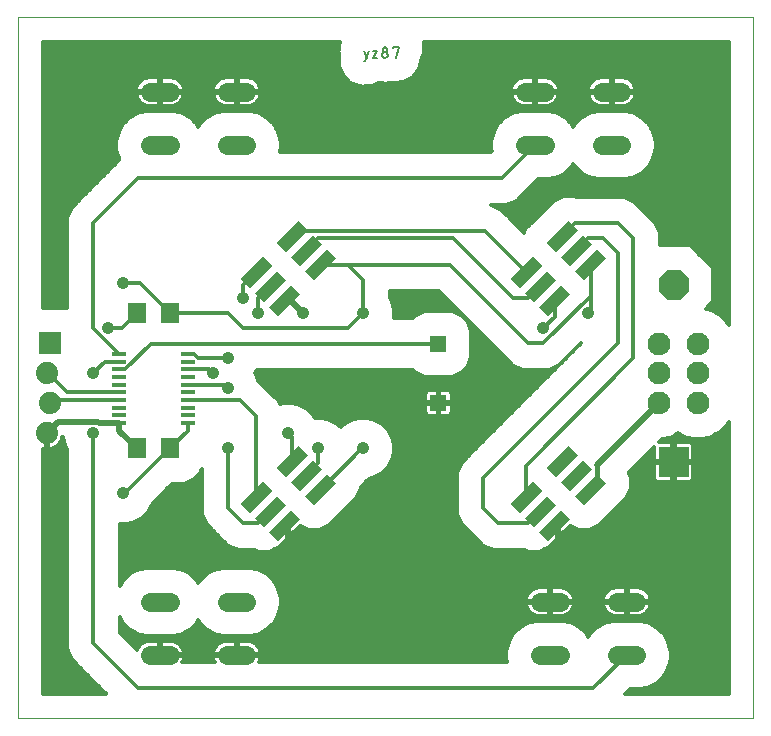
<source format=gtl>
G75*
%MOIN*%
%OFA0B0*%
%FSLAX25Y25*%
%IPPOS*%
%LPD*%
%AMOC8*
5,1,8,0,0,1.08239X$1,22.5*
%
%ADD10C,0.00000*%
%ADD11C,0.00600*%
%ADD12OC8,0.10000*%
%ADD13R,0.10000X0.10000*%
%ADD14R,0.06299X0.07087*%
%ADD15R,0.07400X0.07400*%
%ADD16C,0.07400*%
%ADD17R,0.10551X0.04331*%
%ADD18R,0.06299X0.07098*%
%ADD19C,0.06400*%
%ADD20R,0.04724X0.01181*%
%ADD21C,0.07600*%
%ADD22R,0.05550X0.05550*%
%ADD23C,0.01200*%
%ADD24C,0.04165*%
%ADD25C,0.02000*%
%ADD26C,0.01600*%
D10*
X0001600Y0001600D02*
X0001600Y0235301D01*
X0246521Y0235301D01*
X0246521Y0001600D01*
X0001600Y0001600D01*
D11*
X0116900Y0220767D02*
X0117278Y0220767D01*
X0118411Y0224167D01*
X0119780Y0224167D02*
X0121291Y0224167D01*
X0119780Y0221900D01*
X0121291Y0221900D01*
X0122832Y0222844D02*
X0122834Y0222784D01*
X0122840Y0222723D01*
X0122849Y0222664D01*
X0122863Y0222605D01*
X0122880Y0222547D01*
X0122901Y0222490D01*
X0122925Y0222434D01*
X0122953Y0222381D01*
X0122985Y0222329D01*
X0123019Y0222279D01*
X0123057Y0222232D01*
X0123098Y0222187D01*
X0123141Y0222145D01*
X0123187Y0222106D01*
X0123236Y0222070D01*
X0123287Y0222037D01*
X0123339Y0222007D01*
X0123394Y0221981D01*
X0123450Y0221958D01*
X0123507Y0221939D01*
X0123566Y0221924D01*
X0123625Y0221912D01*
X0123685Y0221904D01*
X0123746Y0221900D01*
X0123806Y0221900D01*
X0123867Y0221904D01*
X0123927Y0221912D01*
X0123986Y0221924D01*
X0124045Y0221939D01*
X0124102Y0221958D01*
X0124158Y0221981D01*
X0124213Y0222007D01*
X0124265Y0222037D01*
X0124316Y0222070D01*
X0124365Y0222106D01*
X0124411Y0222145D01*
X0124454Y0222187D01*
X0124495Y0222232D01*
X0124533Y0222279D01*
X0124567Y0222329D01*
X0124599Y0222381D01*
X0124627Y0222434D01*
X0124651Y0222490D01*
X0124672Y0222547D01*
X0124689Y0222605D01*
X0124703Y0222664D01*
X0124712Y0222723D01*
X0124718Y0222784D01*
X0124720Y0222844D01*
X0124718Y0222904D01*
X0124712Y0222965D01*
X0124703Y0223024D01*
X0124689Y0223083D01*
X0124672Y0223141D01*
X0124651Y0223198D01*
X0124627Y0223254D01*
X0124599Y0223307D01*
X0124567Y0223359D01*
X0124533Y0223409D01*
X0124495Y0223456D01*
X0124454Y0223501D01*
X0124411Y0223543D01*
X0124365Y0223582D01*
X0124316Y0223618D01*
X0124265Y0223651D01*
X0124213Y0223681D01*
X0124158Y0223707D01*
X0124102Y0223730D01*
X0124045Y0223749D01*
X0123986Y0223764D01*
X0123927Y0223776D01*
X0123867Y0223784D01*
X0123806Y0223788D01*
X0123746Y0223788D01*
X0123685Y0223784D01*
X0123625Y0223776D01*
X0123566Y0223764D01*
X0123507Y0223749D01*
X0123450Y0223730D01*
X0123394Y0223707D01*
X0123339Y0223681D01*
X0123287Y0223651D01*
X0123236Y0223618D01*
X0123187Y0223582D01*
X0123141Y0223543D01*
X0123098Y0223501D01*
X0123057Y0223456D01*
X0123019Y0223409D01*
X0122985Y0223359D01*
X0122953Y0223307D01*
X0122925Y0223254D01*
X0122901Y0223198D01*
X0122880Y0223141D01*
X0122863Y0223083D01*
X0122849Y0223024D01*
X0122840Y0222965D01*
X0122834Y0222904D01*
X0122832Y0222844D01*
X0123020Y0224544D02*
X0123022Y0224490D01*
X0123028Y0224436D01*
X0123037Y0224383D01*
X0123051Y0224331D01*
X0123068Y0224280D01*
X0123088Y0224230D01*
X0123112Y0224182D01*
X0123140Y0224135D01*
X0123171Y0224091D01*
X0123205Y0224049D01*
X0123241Y0224009D01*
X0123281Y0223973D01*
X0123323Y0223939D01*
X0123367Y0223908D01*
X0123414Y0223880D01*
X0123462Y0223856D01*
X0123512Y0223836D01*
X0123563Y0223819D01*
X0123615Y0223805D01*
X0123668Y0223796D01*
X0123722Y0223790D01*
X0123776Y0223788D01*
X0123830Y0223790D01*
X0123884Y0223796D01*
X0123937Y0223805D01*
X0123989Y0223819D01*
X0124040Y0223836D01*
X0124090Y0223856D01*
X0124138Y0223880D01*
X0124185Y0223908D01*
X0124229Y0223939D01*
X0124271Y0223973D01*
X0124311Y0224009D01*
X0124347Y0224049D01*
X0124381Y0224091D01*
X0124412Y0224135D01*
X0124440Y0224182D01*
X0124464Y0224230D01*
X0124484Y0224280D01*
X0124501Y0224331D01*
X0124515Y0224383D01*
X0124524Y0224436D01*
X0124530Y0224490D01*
X0124532Y0224544D01*
X0124530Y0224598D01*
X0124524Y0224652D01*
X0124515Y0224705D01*
X0124501Y0224757D01*
X0124484Y0224808D01*
X0124464Y0224858D01*
X0124440Y0224906D01*
X0124412Y0224953D01*
X0124381Y0224997D01*
X0124347Y0225039D01*
X0124311Y0225079D01*
X0124271Y0225115D01*
X0124229Y0225149D01*
X0124185Y0225180D01*
X0124138Y0225208D01*
X0124090Y0225232D01*
X0124040Y0225252D01*
X0123989Y0225269D01*
X0123937Y0225283D01*
X0123884Y0225292D01*
X0123830Y0225298D01*
X0123776Y0225300D01*
X0123722Y0225298D01*
X0123668Y0225292D01*
X0123615Y0225283D01*
X0123563Y0225269D01*
X0123512Y0225252D01*
X0123462Y0225232D01*
X0123414Y0225208D01*
X0123367Y0225180D01*
X0123323Y0225149D01*
X0123281Y0225115D01*
X0123241Y0225079D01*
X0123205Y0225039D01*
X0123171Y0224997D01*
X0123140Y0224953D01*
X0123112Y0224906D01*
X0123088Y0224858D01*
X0123068Y0224808D01*
X0123051Y0224757D01*
X0123037Y0224705D01*
X0123028Y0224652D01*
X0123022Y0224598D01*
X0123020Y0224544D01*
X0126431Y0224922D02*
X0126431Y0225300D01*
X0128320Y0225300D01*
X0127376Y0221900D01*
X0117656Y0221900D02*
X0116900Y0224167D01*
D12*
X0220025Y0146128D03*
D13*
X0220025Y0087072D03*
D14*
X0052112Y0091600D03*
X0041088Y0091600D03*
D15*
X0012100Y0126600D03*
D16*
X0011100Y0116600D03*
X0012100Y0106600D03*
X0011100Y0096600D03*
D17*
G36*
X0075622Y0073148D02*
X0083081Y0080607D01*
X0086142Y0077546D01*
X0078683Y0070087D01*
X0075622Y0073148D01*
G37*
G36*
X0080355Y0068416D02*
X0087814Y0075875D01*
X0090875Y0072814D01*
X0083416Y0065355D01*
X0080355Y0068416D01*
G37*
G36*
X0085087Y0063683D02*
X0092546Y0071142D01*
X0095607Y0068081D01*
X0088148Y0060622D01*
X0085087Y0063683D01*
G37*
G36*
X0097058Y0075654D02*
X0104517Y0083113D01*
X0107578Y0080052D01*
X0100119Y0072593D01*
X0097058Y0075654D01*
G37*
G36*
X0092325Y0080386D02*
X0099784Y0087845D01*
X0102845Y0084784D01*
X0095386Y0077325D01*
X0092325Y0080386D01*
G37*
G36*
X0087593Y0085119D02*
X0095052Y0092578D01*
X0098113Y0089517D01*
X0090654Y0082058D01*
X0087593Y0085119D01*
G37*
G36*
X0085087Y0138683D02*
X0092546Y0146142D01*
X0095607Y0143081D01*
X0088148Y0135622D01*
X0085087Y0138683D01*
G37*
G36*
X0080355Y0143416D02*
X0087814Y0150875D01*
X0090875Y0147814D01*
X0083416Y0140355D01*
X0080355Y0143416D01*
G37*
G36*
X0075622Y0148148D02*
X0083081Y0155607D01*
X0086142Y0152546D01*
X0078683Y0145087D01*
X0075622Y0148148D01*
G37*
G36*
X0087593Y0160119D02*
X0095052Y0167578D01*
X0098113Y0164517D01*
X0090654Y0157058D01*
X0087593Y0160119D01*
G37*
G36*
X0092325Y0155386D02*
X0099784Y0162845D01*
X0102845Y0159784D01*
X0095386Y0152325D01*
X0092325Y0155386D01*
G37*
G36*
X0097058Y0150654D02*
X0104517Y0158113D01*
X0107578Y0155052D01*
X0100119Y0147593D01*
X0097058Y0150654D01*
G37*
G36*
X0165622Y0148148D02*
X0173081Y0155607D01*
X0176142Y0152546D01*
X0168683Y0145087D01*
X0165622Y0148148D01*
G37*
G36*
X0170355Y0143416D02*
X0177814Y0150875D01*
X0180875Y0147814D01*
X0173416Y0140355D01*
X0170355Y0143416D01*
G37*
G36*
X0175087Y0138683D02*
X0182546Y0146142D01*
X0185607Y0143081D01*
X0178148Y0135622D01*
X0175087Y0138683D01*
G37*
G36*
X0187058Y0150654D02*
X0194517Y0158113D01*
X0197578Y0155052D01*
X0190119Y0147593D01*
X0187058Y0150654D01*
G37*
G36*
X0182325Y0155386D02*
X0189784Y0162845D01*
X0192845Y0159784D01*
X0185386Y0152325D01*
X0182325Y0155386D01*
G37*
G36*
X0177593Y0160119D02*
X0185052Y0167578D01*
X0188113Y0164517D01*
X0180654Y0157058D01*
X0177593Y0160119D01*
G37*
G36*
X0177593Y0085119D02*
X0185052Y0092578D01*
X0188113Y0089517D01*
X0180654Y0082058D01*
X0177593Y0085119D01*
G37*
G36*
X0182325Y0080386D02*
X0189784Y0087845D01*
X0192845Y0084784D01*
X0185386Y0077325D01*
X0182325Y0080386D01*
G37*
G36*
X0187058Y0075654D02*
X0194517Y0083113D01*
X0197578Y0080052D01*
X0190119Y0072593D01*
X0187058Y0075654D01*
G37*
G36*
X0175087Y0063683D02*
X0182546Y0071142D01*
X0185607Y0068081D01*
X0178148Y0060622D01*
X0175087Y0063683D01*
G37*
G36*
X0170355Y0068416D02*
X0177814Y0075875D01*
X0180875Y0072814D01*
X0173416Y0065355D01*
X0170355Y0068416D01*
G37*
G36*
X0165622Y0073148D02*
X0173081Y0080607D01*
X0176142Y0077546D01*
X0168683Y0070087D01*
X0165622Y0073148D01*
G37*
D18*
X0052198Y0136600D03*
X0041002Y0136600D03*
D19*
X0045600Y0192700D02*
X0052000Y0192700D01*
X0052000Y0210500D02*
X0045600Y0210500D01*
X0071200Y0210500D02*
X0077600Y0210500D01*
X0077600Y0192700D02*
X0071200Y0192700D01*
X0170600Y0192700D02*
X0177000Y0192700D01*
X0177000Y0210500D02*
X0170600Y0210500D01*
X0196200Y0210500D02*
X0202600Y0210500D01*
X0202600Y0192700D02*
X0196200Y0192700D01*
X0201200Y0040500D02*
X0207600Y0040500D01*
X0207600Y0022700D02*
X0201200Y0022700D01*
X0182000Y0022700D02*
X0175600Y0022700D01*
X0175600Y0040500D02*
X0182000Y0040500D01*
X0077600Y0040500D02*
X0071200Y0040500D01*
X0071200Y0022700D02*
X0077600Y0022700D01*
X0052000Y0022700D02*
X0045600Y0022700D01*
X0045600Y0040500D02*
X0052000Y0040500D01*
D20*
X0058018Y0100085D03*
X0058018Y0102644D03*
X0058018Y0105202D03*
X0058018Y0107761D03*
X0058018Y0110320D03*
X0058018Y0112880D03*
X0058018Y0115439D03*
X0058018Y0117998D03*
X0058018Y0120557D03*
X0058018Y0123115D03*
X0035183Y0123115D03*
X0035183Y0120557D03*
X0035183Y0117998D03*
X0035183Y0115439D03*
X0035183Y0112880D03*
X0035183Y0110320D03*
X0035183Y0107761D03*
X0035183Y0105202D03*
X0035183Y0102644D03*
X0035183Y0100085D03*
D21*
X0215104Y0106757D03*
X0215104Y0116600D03*
X0215104Y0126443D03*
X0228096Y0126443D03*
X0228096Y0116600D03*
X0228096Y0106757D03*
D22*
X0141600Y0106757D03*
X0141600Y0126443D03*
D23*
X0045718Y0126443D01*
X0037273Y0117998D01*
X0035183Y0117998D01*
X0035183Y0120557D02*
X0030557Y0120557D01*
X0026600Y0116600D01*
X0035183Y0110320D02*
X0017880Y0110320D01*
X0011600Y0116600D01*
X0011100Y0116600D01*
X0013261Y0107761D02*
X0035183Y0107761D01*
X0026600Y0096600D02*
X0026600Y0026600D01*
X0041600Y0011600D01*
X0193300Y0011600D01*
X0204400Y0022700D01*
X0209101Y0034100D02*
X0212000Y0033323D01*
X0214600Y0031822D01*
X0216722Y0029700D01*
X0218223Y0027100D01*
X0219000Y0024201D01*
X0219000Y0021199D01*
X0218223Y0018300D01*
X0216722Y0015700D01*
X0214600Y0013578D01*
X0212000Y0012077D01*
X0209101Y0011300D01*
X0205445Y0011300D01*
X0203945Y0009800D01*
X0238321Y0009800D01*
X0238321Y0100468D01*
X0237698Y0099389D01*
X0235464Y0097155D01*
X0232728Y0095575D01*
X0229676Y0094757D01*
X0226516Y0094757D01*
X0223464Y0095575D01*
X0221600Y0096652D01*
X0219736Y0095575D01*
X0216684Y0094757D01*
X0216115Y0094757D01*
X0215030Y0093672D01*
X0219641Y0093672D01*
X0219641Y0087457D01*
X0220409Y0087457D01*
X0220409Y0093672D01*
X0225236Y0093672D01*
X0225643Y0093563D01*
X0226008Y0093353D01*
X0226305Y0093055D01*
X0226516Y0092690D01*
X0226625Y0092283D01*
X0226625Y0087457D01*
X0220410Y0087457D01*
X0220410Y0086688D01*
X0226625Y0086688D01*
X0226625Y0081862D01*
X0226516Y0081455D01*
X0226305Y0081090D01*
X0226008Y0080792D01*
X0225643Y0080581D01*
X0225236Y0080472D01*
X0220409Y0080472D01*
X0220409Y0086688D01*
X0219641Y0086688D01*
X0219641Y0080472D01*
X0214815Y0080472D01*
X0214408Y0080581D01*
X0214043Y0080792D01*
X0213745Y0081090D01*
X0213534Y0081455D01*
X0213425Y0081862D01*
X0213425Y0086688D01*
X0219641Y0086688D01*
X0219641Y0087457D01*
X0213425Y0087457D01*
X0213425Y0092068D01*
X0204977Y0083620D01*
X0205779Y0081683D01*
X0205779Y0078421D01*
X0204531Y0075407D01*
X0194764Y0065640D01*
X0191750Y0064391D01*
X0188488Y0064391D01*
X0185474Y0065640D01*
X0185452Y0065662D01*
X0183351Y0063561D01*
X0183285Y0063627D01*
X0182603Y0062944D01*
X0182668Y0062878D01*
X0179130Y0059340D01*
X0178819Y0059161D01*
X0178060Y0058401D01*
X0175046Y0057153D01*
X0171784Y0057153D01*
X0170223Y0057800D01*
X0159850Y0057800D01*
X0156615Y0059140D01*
X0154140Y0061615D01*
X0149140Y0066615D01*
X0147800Y0069850D01*
X0147800Y0083350D01*
X0149140Y0086585D01*
X0151615Y0089060D01*
X0189163Y0126608D01*
X0189076Y0126631D01*
X0181585Y0119140D01*
X0178350Y0117800D01*
X0169850Y0117800D01*
X0166615Y0119140D01*
X0164140Y0121615D01*
X0164140Y0121615D01*
X0141702Y0144053D01*
X0125400Y0144053D01*
X0125400Y0141923D01*
X0126182Y0140569D01*
X0126883Y0137954D01*
X0126883Y0135246D01*
X0126882Y0135243D01*
X0133254Y0135243D01*
X0134180Y0136169D01*
X0137194Y0137417D01*
X0146006Y0137417D01*
X0149020Y0136169D01*
X0151326Y0133862D01*
X0152575Y0130848D01*
X0152575Y0122037D01*
X0151326Y0119023D01*
X0149020Y0116716D01*
X0146006Y0115468D01*
X0137194Y0115468D01*
X0134180Y0116716D01*
X0133254Y0117643D01*
X0081185Y0117643D01*
X0081182Y0117631D01*
X0080587Y0116600D01*
X0081182Y0115569D01*
X0081587Y0114058D01*
X0088342Y0107303D01*
X0088689Y0106465D01*
X0090246Y0106883D01*
X0092954Y0106883D01*
X0095569Y0106182D01*
X0097914Y0104828D01*
X0099828Y0102914D01*
X0100423Y0101883D01*
X0102954Y0101883D01*
X0105569Y0101182D01*
X0107914Y0099828D01*
X0109100Y0098642D01*
X0110286Y0099828D01*
X0112631Y0101182D01*
X0115246Y0101883D01*
X0117954Y0101883D01*
X0120569Y0101182D01*
X0122914Y0099828D01*
X0124828Y0097914D01*
X0126182Y0095569D01*
X0126883Y0092954D01*
X0126883Y0090246D01*
X0126182Y0087631D01*
X0124828Y0085286D01*
X0122914Y0083372D01*
X0120569Y0082018D01*
X0118328Y0081418D01*
X0115779Y0078869D01*
X0115779Y0078421D01*
X0114531Y0075407D01*
X0104764Y0065640D01*
X0101750Y0064391D01*
X0098488Y0064391D01*
X0095474Y0065640D01*
X0095452Y0065662D01*
X0093351Y0063561D01*
X0093285Y0063627D01*
X0092603Y0062944D01*
X0092668Y0062878D01*
X0089130Y0059340D01*
X0088819Y0059161D01*
X0088060Y0058401D01*
X0085046Y0057153D01*
X0081784Y0057153D01*
X0080223Y0057800D01*
X0074850Y0057800D01*
X0071615Y0059140D01*
X0066615Y0064140D01*
X0064140Y0066615D01*
X0062800Y0069850D01*
X0062800Y0084829D01*
X0062213Y0083412D01*
X0059906Y0081105D01*
X0056892Y0079857D01*
X0052814Y0079857D01*
X0046399Y0073442D01*
X0046182Y0072631D01*
X0044828Y0070286D01*
X0042914Y0068372D01*
X0040569Y0067018D01*
X0037954Y0066317D01*
X0035400Y0066317D01*
X0035400Y0045633D01*
X0036478Y0047500D01*
X0038600Y0049622D01*
X0041200Y0051123D01*
X0044099Y0051900D01*
X0053501Y0051900D01*
X0056400Y0051123D01*
X0059000Y0049622D01*
X0061122Y0047500D01*
X0061600Y0046672D01*
X0062078Y0047500D01*
X0064200Y0049622D01*
X0066800Y0051123D01*
X0069699Y0051900D01*
X0079101Y0051900D01*
X0082000Y0051123D01*
X0084600Y0049622D01*
X0086722Y0047500D01*
X0088223Y0044900D01*
X0089000Y0042001D01*
X0089000Y0038999D01*
X0088223Y0036100D01*
X0086722Y0033500D01*
X0084600Y0031378D01*
X0082000Y0029877D01*
X0079101Y0029100D01*
X0069699Y0029100D01*
X0066800Y0029877D01*
X0064200Y0031378D01*
X0062078Y0033500D01*
X0061600Y0034328D01*
X0061122Y0033500D01*
X0059000Y0031378D01*
X0056400Y0029877D01*
X0053501Y0029100D01*
X0044099Y0029100D01*
X0041200Y0029877D01*
X0038600Y0031378D01*
X0036478Y0033500D01*
X0035400Y0035367D01*
X0035400Y0030245D01*
X0041140Y0024505D01*
X0041152Y0024543D01*
X0041495Y0025216D01*
X0041939Y0025827D01*
X0042473Y0026361D01*
X0043084Y0026805D01*
X0043757Y0027148D01*
X0044476Y0027382D01*
X0045222Y0027500D01*
X0048400Y0027500D01*
X0048400Y0023100D01*
X0049200Y0023100D01*
X0049200Y0027500D01*
X0052378Y0027500D01*
X0053124Y0027382D01*
X0053843Y0027148D01*
X0054516Y0026805D01*
X0055127Y0026361D01*
X0055661Y0025827D01*
X0056105Y0025216D01*
X0056448Y0024543D01*
X0056682Y0023824D01*
X0056796Y0023100D01*
X0049200Y0023100D01*
X0049200Y0022300D01*
X0056796Y0022300D01*
X0056682Y0021576D01*
X0056448Y0020857D01*
X0056215Y0020400D01*
X0066985Y0020400D01*
X0066752Y0020857D01*
X0066518Y0021576D01*
X0066404Y0022300D01*
X0074000Y0022300D01*
X0074000Y0023100D01*
X0074000Y0027500D01*
X0070822Y0027500D01*
X0070076Y0027382D01*
X0069357Y0027148D01*
X0068684Y0026805D01*
X0068073Y0026361D01*
X0067539Y0025827D01*
X0067095Y0025216D01*
X0066752Y0024543D01*
X0066518Y0023824D01*
X0066404Y0023100D01*
X0074000Y0023100D01*
X0074800Y0023100D01*
X0074800Y0027500D01*
X0077978Y0027500D01*
X0078724Y0027382D01*
X0079443Y0027148D01*
X0080116Y0026805D01*
X0080727Y0026361D01*
X0081261Y0025827D01*
X0081705Y0025216D01*
X0082048Y0024543D01*
X0082282Y0023824D01*
X0082396Y0023100D01*
X0074800Y0023100D01*
X0074800Y0022300D01*
X0082396Y0022300D01*
X0082282Y0021576D01*
X0082048Y0020857D01*
X0081815Y0020400D01*
X0164414Y0020400D01*
X0164200Y0021199D01*
X0164200Y0024201D01*
X0164977Y0027100D01*
X0166478Y0029700D01*
X0168600Y0031822D01*
X0171200Y0033323D01*
X0174099Y0034100D01*
X0183501Y0034100D01*
X0186400Y0033323D01*
X0189000Y0031822D01*
X0191122Y0029700D01*
X0191600Y0028872D01*
X0192078Y0029700D01*
X0194200Y0031822D01*
X0196800Y0033323D01*
X0199699Y0034100D01*
X0209101Y0034100D01*
X0209624Y0033960D02*
X0238321Y0033960D01*
X0238321Y0035158D02*
X0087680Y0035158D01*
X0088292Y0036357D02*
X0173159Y0036357D01*
X0173084Y0036395D02*
X0173757Y0036052D01*
X0174476Y0035818D01*
X0175222Y0035700D01*
X0178400Y0035700D01*
X0178400Y0040100D01*
X0179200Y0040100D01*
X0179200Y0040900D01*
X0178400Y0040900D01*
X0178400Y0045300D01*
X0175222Y0045300D01*
X0174476Y0045182D01*
X0173757Y0044948D01*
X0173084Y0044605D01*
X0172473Y0044161D01*
X0171939Y0043627D01*
X0171495Y0043016D01*
X0171152Y0042343D01*
X0170918Y0041624D01*
X0170804Y0040900D01*
X0178400Y0040900D01*
X0178400Y0040100D01*
X0170804Y0040100D01*
X0170918Y0039376D01*
X0171152Y0038657D01*
X0171495Y0037984D01*
X0171939Y0037373D01*
X0172473Y0036839D01*
X0173084Y0036395D01*
X0171806Y0037555D02*
X0088613Y0037555D01*
X0088934Y0038754D02*
X0171120Y0038754D01*
X0170827Y0039952D02*
X0089000Y0039952D01*
X0089000Y0041151D02*
X0170843Y0041151D01*
X0171155Y0042349D02*
X0088907Y0042349D01*
X0088585Y0043548D02*
X0171881Y0043548D01*
X0173361Y0044746D02*
X0088264Y0044746D01*
X0087620Y0045945D02*
X0238321Y0045945D01*
X0238321Y0047143D02*
X0086928Y0047143D01*
X0085880Y0048342D02*
X0238321Y0048342D01*
X0238321Y0049540D02*
X0084682Y0049540D01*
X0082666Y0050739D02*
X0238321Y0050739D01*
X0238321Y0051937D02*
X0035400Y0051937D01*
X0035400Y0050739D02*
X0040534Y0050739D01*
X0038518Y0049540D02*
X0035400Y0049540D01*
X0035400Y0048342D02*
X0037320Y0048342D01*
X0036272Y0047143D02*
X0035400Y0047143D01*
X0035400Y0045945D02*
X0035580Y0045945D01*
X0035400Y0053136D02*
X0238321Y0053136D01*
X0238321Y0054334D02*
X0035400Y0054334D01*
X0035400Y0055533D02*
X0238321Y0055533D01*
X0238321Y0056732D02*
X0035400Y0056732D01*
X0035400Y0057930D02*
X0074536Y0057930D01*
X0071642Y0059129D02*
X0035400Y0059129D01*
X0035400Y0060327D02*
X0070428Y0060327D01*
X0069229Y0061526D02*
X0035400Y0061526D01*
X0035400Y0062724D02*
X0068031Y0062724D01*
X0066832Y0063923D02*
X0035400Y0063923D01*
X0035400Y0065121D02*
X0065634Y0065121D01*
X0064435Y0066320D02*
X0037962Y0066320D01*
X0041435Y0067518D02*
X0063766Y0067518D01*
X0063269Y0068717D02*
X0043259Y0068717D01*
X0044457Y0069915D02*
X0062800Y0069915D01*
X0062800Y0071114D02*
X0045306Y0071114D01*
X0045998Y0072312D02*
X0062800Y0072312D01*
X0062800Y0073511D02*
X0046468Y0073511D01*
X0047666Y0074709D02*
X0062800Y0074709D01*
X0062800Y0075908D02*
X0048865Y0075908D01*
X0050063Y0077106D02*
X0062800Y0077106D01*
X0062800Y0078305D02*
X0051262Y0078305D01*
X0052460Y0079503D02*
X0062800Y0079503D01*
X0062800Y0080702D02*
X0058933Y0080702D01*
X0060702Y0081900D02*
X0062800Y0081900D01*
X0062800Y0083099D02*
X0061900Y0083099D01*
X0062580Y0084297D02*
X0062800Y0084297D01*
X0071600Y0091600D02*
X0071600Y0071600D01*
X0076600Y0066600D01*
X0081600Y0066600D01*
X0085615Y0070615D01*
X0080882Y0075347D02*
X0080882Y0102318D01*
X0075439Y0107761D01*
X0058018Y0107761D01*
X0058018Y0112880D02*
X0070320Y0112880D01*
X0071600Y0111600D01*
X0066600Y0116600D02*
X0065202Y0117998D01*
X0058018Y0117998D01*
X0061624Y0121600D02*
X0060108Y0123115D01*
X0058018Y0123115D01*
X0061624Y0121600D02*
X0071600Y0121600D01*
X0080620Y0116657D02*
X0134323Y0116657D01*
X0137843Y0110813D02*
X0137545Y0110515D01*
X0137334Y0110150D01*
X0137225Y0109743D01*
X0137225Y0106945D01*
X0141413Y0106945D01*
X0141413Y0111132D01*
X0138615Y0111132D01*
X0138208Y0111023D01*
X0137843Y0110813D01*
X0137695Y0110665D02*
X0084981Y0110665D01*
X0086179Y0109466D02*
X0137225Y0109466D01*
X0137225Y0108268D02*
X0087378Y0108268D01*
X0088439Y0107069D02*
X0137225Y0107069D01*
X0137225Y0106570D02*
X0137225Y0103772D01*
X0137334Y0103365D01*
X0137545Y0103000D01*
X0137843Y0102702D01*
X0138208Y0102492D01*
X0138615Y0102383D01*
X0141413Y0102383D01*
X0141413Y0106570D01*
X0141787Y0106570D01*
X0141787Y0102383D01*
X0144585Y0102383D01*
X0144992Y0102492D01*
X0145357Y0102702D01*
X0145655Y0103000D01*
X0145866Y0103365D01*
X0145975Y0103772D01*
X0145975Y0106570D01*
X0141787Y0106570D01*
X0141787Y0106945D01*
X0141413Y0106945D01*
X0141413Y0106570D01*
X0137225Y0106570D01*
X0137225Y0105870D02*
X0096108Y0105870D01*
X0098070Y0104672D02*
X0137225Y0104672D01*
X0137305Y0103473D02*
X0099268Y0103473D01*
X0100197Y0102275D02*
X0164830Y0102275D01*
X0166028Y0103473D02*
X0145895Y0103473D01*
X0145975Y0104672D02*
X0167227Y0104672D01*
X0168425Y0105870D02*
X0145975Y0105870D01*
X0145975Y0106945D02*
X0145975Y0109743D01*
X0145866Y0110150D01*
X0145655Y0110515D01*
X0145357Y0110813D01*
X0144992Y0111023D01*
X0144585Y0111132D01*
X0141787Y0111132D01*
X0141787Y0106945D01*
X0145975Y0106945D01*
X0145975Y0107069D02*
X0169624Y0107069D01*
X0170822Y0108268D02*
X0145975Y0108268D01*
X0145975Y0109466D02*
X0172021Y0109466D01*
X0173219Y0110665D02*
X0145505Y0110665D01*
X0141787Y0110665D02*
X0141413Y0110665D01*
X0141413Y0109466D02*
X0141787Y0109466D01*
X0141787Y0108268D02*
X0141413Y0108268D01*
X0141413Y0107069D02*
X0141787Y0107069D01*
X0141787Y0105870D02*
X0141413Y0105870D01*
X0141413Y0104672D02*
X0141787Y0104672D01*
X0141787Y0103473D02*
X0141413Y0103473D01*
X0148877Y0116657D02*
X0179212Y0116657D01*
X0178485Y0117856D02*
X0180411Y0117856D01*
X0181378Y0119054D02*
X0181609Y0119054D01*
X0182698Y0120253D02*
X0182808Y0120253D01*
X0183896Y0121451D02*
X0184006Y0121451D01*
X0185095Y0122650D02*
X0185205Y0122650D01*
X0186293Y0123848D02*
X0186403Y0123848D01*
X0187492Y0125047D02*
X0187602Y0125047D01*
X0188690Y0126245D02*
X0188800Y0126245D01*
X0180347Y0135347D02*
X0176600Y0131600D01*
X0180347Y0135347D02*
X0180347Y0140882D01*
X0175615Y0145615D02*
X0171600Y0141600D01*
X0166600Y0141600D01*
X0146600Y0161600D01*
X0101600Y0161600D01*
X0097585Y0157585D01*
X0092853Y0162318D02*
X0094582Y0164047D01*
X0157182Y0164047D01*
X0170882Y0150347D01*
X0170133Y0163541D02*
X0164643Y0169032D01*
X0162167Y0171507D01*
X0159046Y0172800D01*
X0164450Y0172800D01*
X0167685Y0174140D01*
X0170160Y0176615D01*
X0174845Y0181300D01*
X0178501Y0181300D01*
X0181400Y0182077D01*
X0184000Y0183578D01*
X0186122Y0185700D01*
X0186600Y0186528D01*
X0187078Y0185700D01*
X0189200Y0183578D01*
X0191800Y0182077D01*
X0194699Y0181300D01*
X0204101Y0181300D01*
X0207000Y0182077D01*
X0209600Y0183578D01*
X0211722Y0185700D01*
X0213223Y0188300D01*
X0214000Y0191199D01*
X0214000Y0194201D01*
X0213223Y0197100D01*
X0211722Y0199700D01*
X0209600Y0201822D01*
X0207000Y0203323D01*
X0204101Y0204100D01*
X0194699Y0204100D01*
X0191800Y0203323D01*
X0189200Y0201822D01*
X0187078Y0199700D01*
X0186600Y0198872D01*
X0186122Y0199700D01*
X0184000Y0201822D01*
X0181400Y0203323D01*
X0178501Y0204100D01*
X0169099Y0204100D01*
X0166200Y0203323D01*
X0163600Y0201822D01*
X0161478Y0199700D01*
X0159977Y0197100D01*
X0159200Y0194201D01*
X0159200Y0191199D01*
X0159338Y0190683D01*
X0159055Y0190400D01*
X0088786Y0190400D01*
X0089000Y0191199D01*
X0089000Y0194201D01*
X0088223Y0197100D01*
X0086722Y0199700D01*
X0084600Y0201822D01*
X0082000Y0203323D01*
X0079101Y0204100D01*
X0069699Y0204100D01*
X0066800Y0203323D01*
X0064200Y0201822D01*
X0062078Y0199700D01*
X0061600Y0198872D01*
X0061122Y0199700D01*
X0059000Y0201822D01*
X0056400Y0203323D01*
X0053501Y0204100D01*
X0044099Y0204100D01*
X0041200Y0203323D01*
X0038600Y0201822D01*
X0036478Y0199700D01*
X0034977Y0197100D01*
X0034200Y0194201D01*
X0034200Y0191199D01*
X0034977Y0188300D01*
X0035298Y0187743D01*
X0021615Y0174060D01*
X0019140Y0171585D01*
X0017800Y0168350D01*
X0017800Y0138347D01*
X0017431Y0138500D01*
X0009800Y0138500D01*
X0009800Y0227101D01*
X0108864Y0227101D01*
X0108541Y0226456D01*
X0108302Y0223083D01*
X0108461Y0222605D01*
X0108400Y0222457D01*
X0108400Y0219076D01*
X0109694Y0215952D01*
X0112085Y0213561D01*
X0115209Y0212267D01*
X0115898Y0212267D01*
X0116194Y0212168D01*
X0117579Y0212267D01*
X0118969Y0212267D01*
X0119256Y0212386D01*
X0119567Y0212408D01*
X0120809Y0213029D01*
X0121705Y0213400D01*
X0122949Y0213400D01*
X0123776Y0213254D01*
X0125590Y0213574D01*
X0126730Y0213258D01*
X0130086Y0213668D01*
X0133030Y0215332D01*
X0135113Y0217996D01*
X0136371Y0222526D01*
X0136820Y0223609D01*
X0136820Y0224141D01*
X0136962Y0224654D01*
X0136820Y0225818D01*
X0136820Y0226991D01*
X0136774Y0227101D01*
X0238321Y0227101D01*
X0238321Y0132732D01*
X0237698Y0133811D01*
X0235464Y0136045D01*
X0232728Y0137625D01*
X0230726Y0138161D01*
X0233225Y0140660D01*
X0233225Y0151595D01*
X0225493Y0159328D01*
X0215400Y0159328D01*
X0215400Y0163350D01*
X0214060Y0166585D01*
X0211585Y0169060D01*
X0209060Y0171585D01*
X0206585Y0174060D01*
X0203350Y0175400D01*
X0187599Y0175400D01*
X0186683Y0175779D01*
X0183421Y0175779D01*
X0180407Y0174531D01*
X0170640Y0164764D01*
X0170133Y0163541D01*
X0170571Y0164598D02*
X0169077Y0164598D01*
X0167878Y0165796D02*
X0171672Y0165796D01*
X0172871Y0166995D02*
X0166680Y0166995D01*
X0165481Y0168193D02*
X0174069Y0168193D01*
X0175268Y0169392D02*
X0164283Y0169392D01*
X0164643Y0169032D02*
X0164643Y0169032D01*
X0163084Y0170590D02*
X0176466Y0170590D01*
X0177665Y0171789D02*
X0161488Y0171789D01*
X0164902Y0172987D02*
X0178863Y0172987D01*
X0180062Y0174186D02*
X0167731Y0174186D01*
X0168929Y0175384D02*
X0182466Y0175384D01*
X0178787Y0181377D02*
X0194413Y0181377D01*
X0190937Y0182575D02*
X0182263Y0182575D01*
X0184196Y0183774D02*
X0189004Y0183774D01*
X0187806Y0184972D02*
X0185394Y0184972D01*
X0186394Y0186171D02*
X0186806Y0186171D01*
X0186878Y0199354D02*
X0186322Y0199354D01*
X0185269Y0200553D02*
X0187931Y0200553D01*
X0189129Y0201751D02*
X0184071Y0201751D01*
X0182047Y0202950D02*
X0191153Y0202950D01*
X0193684Y0206395D02*
X0193073Y0206839D01*
X0192539Y0207373D01*
X0192095Y0207984D01*
X0191752Y0208657D01*
X0191518Y0209376D01*
X0191404Y0210100D01*
X0199000Y0210100D01*
X0199800Y0210100D01*
X0199800Y0210900D01*
X0199000Y0210900D01*
X0199000Y0215300D01*
X0195822Y0215300D01*
X0195076Y0215182D01*
X0194357Y0214948D01*
X0193684Y0214605D01*
X0193073Y0214161D01*
X0192539Y0213627D01*
X0192095Y0213016D01*
X0191752Y0212343D01*
X0191518Y0211624D01*
X0191404Y0210900D01*
X0199000Y0210900D01*
X0199000Y0210100D01*
X0199000Y0205700D01*
X0195822Y0205700D01*
X0195076Y0205818D01*
X0194357Y0206052D01*
X0193684Y0206395D01*
X0193477Y0206545D02*
X0179723Y0206545D01*
X0179516Y0206395D02*
X0180127Y0206839D01*
X0180661Y0207373D01*
X0181105Y0207984D01*
X0181448Y0208657D01*
X0181682Y0209376D01*
X0181796Y0210100D01*
X0174200Y0210100D01*
X0174200Y0210900D01*
X0173400Y0210900D01*
X0173400Y0215300D01*
X0170222Y0215300D01*
X0169476Y0215182D01*
X0168757Y0214948D01*
X0168084Y0214605D01*
X0167473Y0214161D01*
X0166939Y0213627D01*
X0166495Y0213016D01*
X0166152Y0212343D01*
X0165918Y0211624D01*
X0165804Y0210900D01*
X0173400Y0210900D01*
X0173400Y0210100D01*
X0174200Y0210100D01*
X0174200Y0205700D01*
X0177378Y0205700D01*
X0178124Y0205818D01*
X0178843Y0206052D01*
X0179516Y0206395D01*
X0180931Y0207744D02*
X0192269Y0207744D01*
X0191659Y0208942D02*
X0181541Y0208942D01*
X0181796Y0210900D02*
X0181682Y0211624D01*
X0181448Y0212343D01*
X0181105Y0213016D01*
X0180661Y0213627D01*
X0180127Y0214161D01*
X0179516Y0214605D01*
X0178843Y0214948D01*
X0178124Y0215182D01*
X0177378Y0215300D01*
X0174200Y0215300D01*
X0174200Y0210900D01*
X0181796Y0210900D01*
X0181727Y0211339D02*
X0191473Y0211339D01*
X0191851Y0212538D02*
X0181349Y0212538D01*
X0180552Y0213737D02*
X0192648Y0213737D01*
X0194331Y0214935D02*
X0178869Y0214935D01*
X0174200Y0214935D02*
X0173400Y0214935D01*
X0173400Y0213737D02*
X0174200Y0213737D01*
X0174200Y0212538D02*
X0173400Y0212538D01*
X0173400Y0211339D02*
X0174200Y0211339D01*
X0174200Y0210141D02*
X0199000Y0210141D01*
X0199800Y0210141D02*
X0238321Y0210141D01*
X0238321Y0211339D02*
X0207327Y0211339D01*
X0207282Y0211624D02*
X0207048Y0212343D01*
X0206705Y0213016D01*
X0206261Y0213627D01*
X0205727Y0214161D01*
X0205116Y0214605D01*
X0204443Y0214948D01*
X0203724Y0215182D01*
X0202978Y0215300D01*
X0199800Y0215300D01*
X0199800Y0210900D01*
X0207396Y0210900D01*
X0207282Y0211624D01*
X0206949Y0212538D02*
X0238321Y0212538D01*
X0238321Y0213737D02*
X0206152Y0213737D01*
X0204469Y0214935D02*
X0238321Y0214935D01*
X0238321Y0216134D02*
X0133657Y0216134D01*
X0134594Y0217332D02*
X0238321Y0217332D01*
X0238321Y0218531D02*
X0135261Y0218531D01*
X0135594Y0219729D02*
X0238321Y0219729D01*
X0238321Y0220928D02*
X0135927Y0220928D01*
X0136260Y0222126D02*
X0238321Y0222126D01*
X0238321Y0223325D02*
X0136702Y0223325D01*
X0136926Y0224523D02*
X0238321Y0224523D01*
X0238321Y0225722D02*
X0136832Y0225722D01*
X0136820Y0226920D02*
X0238321Y0226920D01*
X0238321Y0208942D02*
X0207141Y0208942D01*
X0207048Y0208657D02*
X0207282Y0209376D01*
X0207396Y0210100D01*
X0199800Y0210100D01*
X0199800Y0205700D01*
X0202978Y0205700D01*
X0203724Y0205818D01*
X0204443Y0206052D01*
X0205116Y0206395D01*
X0205727Y0206839D01*
X0206261Y0207373D01*
X0206705Y0207984D01*
X0207048Y0208657D01*
X0206531Y0207744D02*
X0238321Y0207744D01*
X0238321Y0206545D02*
X0205323Y0206545D01*
X0207647Y0202950D02*
X0238321Y0202950D01*
X0238321Y0204148D02*
X0009800Y0204148D01*
X0009800Y0202950D02*
X0040553Y0202950D01*
X0038529Y0201751D02*
X0009800Y0201751D01*
X0009800Y0200553D02*
X0037331Y0200553D01*
X0036278Y0199354D02*
X0009800Y0199354D01*
X0009800Y0198156D02*
X0035586Y0198156D01*
X0034939Y0196957D02*
X0009800Y0196957D01*
X0009800Y0195759D02*
X0034617Y0195759D01*
X0034296Y0194560D02*
X0009800Y0194560D01*
X0009800Y0193362D02*
X0034200Y0193362D01*
X0034200Y0192163D02*
X0009800Y0192163D01*
X0009800Y0190965D02*
X0034263Y0190965D01*
X0034584Y0189766D02*
X0009800Y0189766D01*
X0009800Y0188568D02*
X0034905Y0188568D01*
X0034924Y0187369D02*
X0009800Y0187369D01*
X0009800Y0186171D02*
X0033726Y0186171D01*
X0032527Y0184972D02*
X0009800Y0184972D01*
X0009800Y0183774D02*
X0031329Y0183774D01*
X0030130Y0182575D02*
X0009800Y0182575D01*
X0009800Y0181377D02*
X0028932Y0181377D01*
X0027733Y0180178D02*
X0009800Y0180178D01*
X0009800Y0178980D02*
X0026535Y0178980D01*
X0025336Y0177781D02*
X0009800Y0177781D01*
X0009800Y0176583D02*
X0024138Y0176583D01*
X0022939Y0175384D02*
X0009800Y0175384D01*
X0009800Y0174186D02*
X0021741Y0174186D01*
X0020542Y0172987D02*
X0009800Y0172987D01*
X0009800Y0171789D02*
X0019344Y0171789D01*
X0018728Y0170590D02*
X0009800Y0170590D01*
X0009800Y0169392D02*
X0018231Y0169392D01*
X0017800Y0168193D02*
X0009800Y0168193D01*
X0009800Y0166995D02*
X0017800Y0166995D01*
X0017800Y0165796D02*
X0009800Y0165796D01*
X0009800Y0164598D02*
X0017800Y0164598D01*
X0017800Y0163399D02*
X0009800Y0163399D01*
X0009800Y0162201D02*
X0017800Y0162201D01*
X0017800Y0161002D02*
X0009800Y0161002D01*
X0009800Y0159803D02*
X0017800Y0159803D01*
X0017800Y0158605D02*
X0009800Y0158605D01*
X0009800Y0157406D02*
X0017800Y0157406D01*
X0017800Y0156208D02*
X0009800Y0156208D01*
X0009800Y0155009D02*
X0017800Y0155009D01*
X0017800Y0153811D02*
X0009800Y0153811D01*
X0009800Y0152612D02*
X0017800Y0152612D01*
X0017800Y0151414D02*
X0009800Y0151414D01*
X0009800Y0150215D02*
X0017800Y0150215D01*
X0017800Y0149017D02*
X0009800Y0149017D01*
X0009800Y0147818D02*
X0017800Y0147818D01*
X0017800Y0146620D02*
X0009800Y0146620D01*
X0009800Y0145421D02*
X0017800Y0145421D01*
X0017800Y0144223D02*
X0009800Y0144223D01*
X0009800Y0143024D02*
X0017800Y0143024D01*
X0017800Y0141826D02*
X0009800Y0141826D01*
X0009800Y0140627D02*
X0017800Y0140627D01*
X0017800Y0139429D02*
X0009800Y0139429D01*
X0026600Y0131600D02*
X0035085Y0123115D01*
X0035183Y0123115D01*
X0036002Y0131600D02*
X0031600Y0131600D01*
X0036002Y0131600D02*
X0041002Y0136600D01*
X0042198Y0146600D02*
X0036600Y0146600D01*
X0042198Y0146600D02*
X0052198Y0136600D01*
X0071600Y0136600D01*
X0076600Y0131600D01*
X0111600Y0131600D01*
X0116600Y0136600D01*
X0116600Y0147853D01*
X0111600Y0152853D01*
X0145347Y0152853D01*
X0171600Y0126600D01*
X0176600Y0126600D01*
X0192318Y0142318D01*
X0192318Y0152853D01*
X0192318Y0137318D01*
X0191600Y0136600D01*
X0201600Y0126600D02*
X0156600Y0081600D01*
X0156600Y0071600D01*
X0161600Y0066600D01*
X0171600Y0066600D01*
X0175615Y0070615D01*
X0170882Y0075347D02*
X0170882Y0085882D01*
X0206600Y0121600D01*
X0206600Y0161600D01*
X0201600Y0166600D01*
X0187135Y0166600D01*
X0182853Y0162318D01*
X0187585Y0157585D02*
X0191600Y0161600D01*
X0196600Y0161600D01*
X0201600Y0156600D01*
X0201600Y0126600D01*
X0178014Y0115459D02*
X0081212Y0115459D01*
X0081533Y0114260D02*
X0176815Y0114260D01*
X0175616Y0113062D02*
X0082584Y0113062D01*
X0083782Y0111863D02*
X0174418Y0111863D01*
X0169715Y0117856D02*
X0150159Y0117856D01*
X0151339Y0119054D02*
X0166822Y0119054D01*
X0165502Y0120253D02*
X0151836Y0120253D01*
X0152332Y0121451D02*
X0164304Y0121451D01*
X0163105Y0122650D02*
X0152575Y0122650D01*
X0152575Y0123848D02*
X0161907Y0123848D01*
X0160708Y0125047D02*
X0152575Y0125047D01*
X0152575Y0126245D02*
X0159510Y0126245D01*
X0158311Y0127444D02*
X0152575Y0127444D01*
X0152575Y0128642D02*
X0157113Y0128642D01*
X0155914Y0129841D02*
X0152575Y0129841D01*
X0152496Y0131039D02*
X0154716Y0131039D01*
X0153517Y0132238D02*
X0151999Y0132238D01*
X0152319Y0133436D02*
X0151503Y0133436D01*
X0151120Y0134635D02*
X0150554Y0134635D01*
X0149922Y0135833D02*
X0149355Y0135833D01*
X0148723Y0137032D02*
X0146937Y0137032D01*
X0147525Y0138230D02*
X0126809Y0138230D01*
X0126883Y0137032D02*
X0136263Y0137032D01*
X0133845Y0135833D02*
X0126883Y0135833D01*
X0126487Y0139429D02*
X0146326Y0139429D01*
X0145128Y0140627D02*
X0126148Y0140627D01*
X0125456Y0141826D02*
X0143929Y0141826D01*
X0142731Y0143024D02*
X0125400Y0143024D01*
X0111600Y0152853D02*
X0102318Y0152853D01*
X0085615Y0145615D02*
X0081600Y0141600D01*
X0081600Y0136600D01*
X0076600Y0141600D02*
X0076600Y0146065D01*
X0080882Y0150347D01*
X0041600Y0181600D02*
X0026600Y0166600D01*
X0026600Y0131600D01*
X0013261Y0107761D02*
X0012100Y0106600D01*
X0016276Y0095399D02*
X0016317Y0095410D01*
X0016317Y0095246D01*
X0017018Y0092631D01*
X0017800Y0091277D01*
X0017800Y0024850D01*
X0019140Y0021615D01*
X0021615Y0019140D01*
X0030955Y0009800D01*
X0009800Y0009800D01*
X0009800Y0091450D01*
X0009859Y0091430D01*
X0010683Y0091300D01*
X0010700Y0091300D01*
X0010700Y0094700D01*
X0011500Y0094700D01*
X0011500Y0091300D01*
X0011517Y0091300D01*
X0012341Y0091430D01*
X0013134Y0091688D01*
X0013878Y0092067D01*
X0014553Y0092557D01*
X0015143Y0093147D01*
X0015633Y0093822D01*
X0016012Y0094566D01*
X0016269Y0095359D01*
X0016276Y0095399D01*
X0016361Y0095084D02*
X0016180Y0095084D01*
X0016682Y0093885D02*
X0015665Y0093885D01*
X0014682Y0092687D02*
X0017003Y0092687D01*
X0017678Y0091488D02*
X0012519Y0091488D01*
X0011500Y0091488D02*
X0010700Y0091488D01*
X0010700Y0092687D02*
X0011500Y0092687D01*
X0011500Y0093885D02*
X0010700Y0093885D01*
X0009800Y0090290D02*
X0017800Y0090290D01*
X0017800Y0089091D02*
X0009800Y0089091D01*
X0009800Y0087893D02*
X0017800Y0087893D01*
X0017800Y0086694D02*
X0009800Y0086694D01*
X0009800Y0085496D02*
X0017800Y0085496D01*
X0017800Y0084297D02*
X0009800Y0084297D01*
X0009800Y0083099D02*
X0017800Y0083099D01*
X0017800Y0081900D02*
X0009800Y0081900D01*
X0009800Y0080702D02*
X0017800Y0080702D01*
X0017800Y0079503D02*
X0009800Y0079503D01*
X0009800Y0078305D02*
X0017800Y0078305D01*
X0017800Y0077106D02*
X0009800Y0077106D01*
X0009800Y0075908D02*
X0017800Y0075908D01*
X0017800Y0074709D02*
X0009800Y0074709D01*
X0009800Y0073511D02*
X0017800Y0073511D01*
X0017800Y0072312D02*
X0009800Y0072312D01*
X0009800Y0071114D02*
X0017800Y0071114D01*
X0017800Y0069915D02*
X0009800Y0069915D01*
X0009800Y0068717D02*
X0017800Y0068717D01*
X0017800Y0067518D02*
X0009800Y0067518D01*
X0009800Y0066320D02*
X0017800Y0066320D01*
X0017800Y0065121D02*
X0009800Y0065121D01*
X0009800Y0063923D02*
X0017800Y0063923D01*
X0017800Y0062724D02*
X0009800Y0062724D01*
X0009800Y0061526D02*
X0017800Y0061526D01*
X0017800Y0060327D02*
X0009800Y0060327D01*
X0009800Y0059129D02*
X0017800Y0059129D01*
X0017800Y0057930D02*
X0009800Y0057930D01*
X0009800Y0056732D02*
X0017800Y0056732D01*
X0017800Y0055533D02*
X0009800Y0055533D01*
X0009800Y0054334D02*
X0017800Y0054334D01*
X0017800Y0053136D02*
X0009800Y0053136D01*
X0009800Y0051937D02*
X0017800Y0051937D01*
X0017800Y0050739D02*
X0009800Y0050739D01*
X0009800Y0049540D02*
X0017800Y0049540D01*
X0017800Y0048342D02*
X0009800Y0048342D01*
X0009800Y0047143D02*
X0017800Y0047143D01*
X0017800Y0045945D02*
X0009800Y0045945D01*
X0009800Y0044746D02*
X0017800Y0044746D01*
X0017800Y0043548D02*
X0009800Y0043548D01*
X0009800Y0042349D02*
X0017800Y0042349D01*
X0017800Y0041151D02*
X0009800Y0041151D01*
X0009800Y0039952D02*
X0017800Y0039952D01*
X0017800Y0038754D02*
X0009800Y0038754D01*
X0009800Y0037555D02*
X0017800Y0037555D01*
X0017800Y0036357D02*
X0009800Y0036357D01*
X0009800Y0035158D02*
X0017800Y0035158D01*
X0017800Y0033960D02*
X0009800Y0033960D01*
X0009800Y0032761D02*
X0017800Y0032761D01*
X0017800Y0031563D02*
X0009800Y0031563D01*
X0009800Y0030364D02*
X0017800Y0030364D01*
X0017800Y0029166D02*
X0009800Y0029166D01*
X0009800Y0027967D02*
X0017800Y0027967D01*
X0017800Y0026769D02*
X0009800Y0026769D01*
X0009800Y0025570D02*
X0017800Y0025570D01*
X0017998Y0024372D02*
X0009800Y0024372D01*
X0009800Y0023173D02*
X0018494Y0023173D01*
X0018991Y0021975D02*
X0009800Y0021975D01*
X0009800Y0020776D02*
X0019979Y0020776D01*
X0021177Y0019578D02*
X0009800Y0019578D01*
X0009800Y0018379D02*
X0022376Y0018379D01*
X0021615Y0019140D02*
X0021615Y0019140D01*
X0023574Y0017181D02*
X0009800Y0017181D01*
X0009800Y0015982D02*
X0024773Y0015982D01*
X0025971Y0014784D02*
X0009800Y0014784D01*
X0009800Y0013585D02*
X0027170Y0013585D01*
X0028368Y0012387D02*
X0009800Y0012387D01*
X0009800Y0011188D02*
X0029567Y0011188D01*
X0030765Y0009990D02*
X0009800Y0009990D01*
X0035400Y0030364D02*
X0040356Y0030364D01*
X0038415Y0031563D02*
X0035400Y0031563D01*
X0035400Y0032761D02*
X0037217Y0032761D01*
X0036212Y0033960D02*
X0035400Y0033960D01*
X0035400Y0035158D02*
X0035520Y0035158D01*
X0036479Y0029166D02*
X0043854Y0029166D01*
X0043034Y0026769D02*
X0038876Y0026769D01*
X0037678Y0027967D02*
X0165477Y0027967D01*
X0164888Y0026769D02*
X0080166Y0026769D01*
X0081448Y0025570D02*
X0164567Y0025570D01*
X0164246Y0024372D02*
X0082104Y0024372D01*
X0082385Y0023173D02*
X0164200Y0023173D01*
X0164200Y0021975D02*
X0082345Y0021975D01*
X0082007Y0020776D02*
X0164313Y0020776D01*
X0166169Y0029166D02*
X0079346Y0029166D01*
X0074800Y0026769D02*
X0074000Y0026769D01*
X0074000Y0025570D02*
X0074800Y0025570D01*
X0074800Y0024372D02*
X0074000Y0024372D01*
X0074000Y0023173D02*
X0074800Y0023173D01*
X0068634Y0026769D02*
X0054566Y0026769D01*
X0055848Y0025570D02*
X0067352Y0025570D01*
X0066696Y0024372D02*
X0056504Y0024372D01*
X0056785Y0023173D02*
X0066415Y0023173D01*
X0066455Y0021975D02*
X0056745Y0021975D01*
X0056407Y0020776D02*
X0066793Y0020776D01*
X0069454Y0029166D02*
X0053746Y0029166D01*
X0057244Y0030364D02*
X0065956Y0030364D01*
X0064015Y0031563D02*
X0059185Y0031563D01*
X0060383Y0032761D02*
X0062817Y0032761D01*
X0061812Y0033960D02*
X0061388Y0033960D01*
X0061328Y0047143D02*
X0061872Y0047143D01*
X0062920Y0048342D02*
X0060280Y0048342D01*
X0059082Y0049540D02*
X0064118Y0049540D01*
X0066134Y0050739D02*
X0057066Y0050739D01*
X0049200Y0026769D02*
X0048400Y0026769D01*
X0048400Y0025570D02*
X0049200Y0025570D01*
X0049200Y0024372D02*
X0048400Y0024372D01*
X0048400Y0023173D02*
X0049200Y0023173D01*
X0041752Y0025570D02*
X0040075Y0025570D01*
X0082844Y0030364D02*
X0167142Y0030364D01*
X0168341Y0031563D02*
X0084785Y0031563D01*
X0085983Y0032761D02*
X0170227Y0032761D01*
X0173576Y0033960D02*
X0086988Y0033960D01*
X0086922Y0057930D02*
X0159536Y0057930D01*
X0156642Y0059129D02*
X0088787Y0059129D01*
X0090117Y0060327D02*
X0155428Y0060327D01*
X0154229Y0061526D02*
X0091316Y0061526D01*
X0092514Y0062724D02*
X0153031Y0062724D01*
X0151832Y0063923D02*
X0093713Y0063923D01*
X0094911Y0065121D02*
X0096725Y0065121D01*
X0103512Y0065121D02*
X0150634Y0065121D01*
X0149435Y0066320D02*
X0105444Y0066320D01*
X0106642Y0067518D02*
X0148766Y0067518D01*
X0148269Y0068717D02*
X0107841Y0068717D01*
X0109039Y0069915D02*
X0147800Y0069915D01*
X0147800Y0071114D02*
X0110238Y0071114D01*
X0111436Y0072312D02*
X0147800Y0072312D01*
X0147800Y0073511D02*
X0112635Y0073511D01*
X0113833Y0074709D02*
X0147800Y0074709D01*
X0147800Y0075908D02*
X0114738Y0075908D01*
X0115235Y0077106D02*
X0147800Y0077106D01*
X0147800Y0078305D02*
X0115731Y0078305D01*
X0116414Y0079503D02*
X0147800Y0079503D01*
X0147800Y0080702D02*
X0117612Y0080702D01*
X0120129Y0081900D02*
X0147800Y0081900D01*
X0147800Y0083099D02*
X0122441Y0083099D01*
X0123839Y0084297D02*
X0148192Y0084297D01*
X0148689Y0085496D02*
X0124949Y0085496D01*
X0125641Y0086694D02*
X0149249Y0086694D01*
X0150448Y0087893D02*
X0126252Y0087893D01*
X0126573Y0089091D02*
X0151646Y0089091D01*
X0152845Y0090290D02*
X0126883Y0090290D01*
X0126883Y0091488D02*
X0154043Y0091488D01*
X0155242Y0092687D02*
X0126883Y0092687D01*
X0126633Y0093885D02*
X0156440Y0093885D01*
X0157639Y0095084D02*
X0126312Y0095084D01*
X0125770Y0096282D02*
X0158837Y0096282D01*
X0160036Y0097481D02*
X0125078Y0097481D01*
X0124062Y0098679D02*
X0161234Y0098679D01*
X0162433Y0099878D02*
X0122828Y0099878D01*
X0120752Y0101076D02*
X0163631Y0101076D01*
X0196642Y0067518D02*
X0238321Y0067518D01*
X0238321Y0066320D02*
X0195444Y0066320D01*
X0193512Y0065121D02*
X0238321Y0065121D01*
X0238321Y0063923D02*
X0183713Y0063923D01*
X0184911Y0065121D02*
X0186725Y0065121D01*
X0182514Y0062724D02*
X0238321Y0062724D01*
X0238321Y0061526D02*
X0181316Y0061526D01*
X0180117Y0060327D02*
X0238321Y0060327D01*
X0238321Y0059129D02*
X0178787Y0059129D01*
X0176922Y0057930D02*
X0238321Y0057930D01*
X0238321Y0068717D02*
X0197841Y0068717D01*
X0199039Y0069915D02*
X0238321Y0069915D01*
X0238321Y0071114D02*
X0200238Y0071114D01*
X0201436Y0072312D02*
X0238321Y0072312D01*
X0238321Y0073511D02*
X0202635Y0073511D01*
X0203833Y0074709D02*
X0238321Y0074709D01*
X0238321Y0075908D02*
X0204738Y0075908D01*
X0205235Y0077106D02*
X0238321Y0077106D01*
X0238321Y0078305D02*
X0205731Y0078305D01*
X0205779Y0079503D02*
X0238321Y0079503D01*
X0238321Y0080702D02*
X0225851Y0080702D01*
X0226625Y0081900D02*
X0238321Y0081900D01*
X0238321Y0083099D02*
X0226625Y0083099D01*
X0226625Y0084297D02*
X0238321Y0084297D01*
X0238321Y0085496D02*
X0226625Y0085496D01*
X0226625Y0087893D02*
X0238321Y0087893D01*
X0238321Y0089091D02*
X0226625Y0089091D01*
X0226625Y0090290D02*
X0238321Y0090290D01*
X0238321Y0091488D02*
X0226625Y0091488D01*
X0226517Y0092687D02*
X0238321Y0092687D01*
X0238321Y0093885D02*
X0215243Y0093885D01*
X0217902Y0095084D02*
X0225298Y0095084D01*
X0222239Y0096282D02*
X0220961Y0096282D01*
X0220409Y0092687D02*
X0219641Y0092687D01*
X0219641Y0091488D02*
X0220409Y0091488D01*
X0220409Y0090290D02*
X0219641Y0090290D01*
X0219641Y0089091D02*
X0220409Y0089091D01*
X0220409Y0087893D02*
X0219641Y0087893D01*
X0219641Y0086694D02*
X0208052Y0086694D01*
X0209250Y0087893D02*
X0213425Y0087893D01*
X0213425Y0089091D02*
X0210449Y0089091D01*
X0211647Y0090290D02*
X0213425Y0090290D01*
X0213425Y0091488D02*
X0212846Y0091488D01*
X0213425Y0085496D02*
X0206853Y0085496D01*
X0205654Y0084297D02*
X0213425Y0084297D01*
X0213425Y0083099D02*
X0205193Y0083099D01*
X0205690Y0081900D02*
X0213425Y0081900D01*
X0214199Y0080702D02*
X0205779Y0080702D01*
X0219641Y0080702D02*
X0220409Y0080702D01*
X0220409Y0081900D02*
X0219641Y0081900D01*
X0219641Y0083099D02*
X0220409Y0083099D01*
X0220409Y0084297D02*
X0219641Y0084297D01*
X0219641Y0085496D02*
X0220409Y0085496D01*
X0220410Y0086694D02*
X0238321Y0086694D01*
X0238321Y0095084D02*
X0230894Y0095084D01*
X0233953Y0096282D02*
X0238321Y0096282D01*
X0238321Y0097481D02*
X0235790Y0097481D01*
X0236989Y0098679D02*
X0238321Y0098679D01*
X0238321Y0099878D02*
X0237981Y0099878D01*
X0237915Y0133436D02*
X0238321Y0133436D01*
X0238321Y0134635D02*
X0236874Y0134635D01*
X0235676Y0135833D02*
X0238321Y0135833D01*
X0238321Y0137032D02*
X0233755Y0137032D01*
X0231994Y0139429D02*
X0238321Y0139429D01*
X0238321Y0140627D02*
X0233193Y0140627D01*
X0233225Y0141826D02*
X0238321Y0141826D01*
X0238321Y0143024D02*
X0233225Y0143024D01*
X0233225Y0144223D02*
X0238321Y0144223D01*
X0238321Y0145421D02*
X0233225Y0145421D01*
X0233225Y0146620D02*
X0238321Y0146620D01*
X0238321Y0147818D02*
X0233225Y0147818D01*
X0233225Y0149017D02*
X0238321Y0149017D01*
X0238321Y0150215D02*
X0233225Y0150215D01*
X0233225Y0151414D02*
X0238321Y0151414D01*
X0238321Y0152612D02*
X0232208Y0152612D01*
X0231009Y0153811D02*
X0238321Y0153811D01*
X0238321Y0155009D02*
X0229811Y0155009D01*
X0228612Y0156208D02*
X0238321Y0156208D01*
X0238321Y0157406D02*
X0227414Y0157406D01*
X0226215Y0158605D02*
X0238321Y0158605D01*
X0238321Y0159803D02*
X0215400Y0159803D01*
X0215400Y0161002D02*
X0238321Y0161002D01*
X0238321Y0162201D02*
X0215400Y0162201D01*
X0215380Y0163399D02*
X0238321Y0163399D01*
X0238321Y0164598D02*
X0214883Y0164598D01*
X0214387Y0165796D02*
X0238321Y0165796D01*
X0238321Y0166995D02*
X0213651Y0166995D01*
X0212452Y0168193D02*
X0238321Y0168193D01*
X0238321Y0169392D02*
X0211253Y0169392D01*
X0210055Y0170590D02*
X0238321Y0170590D01*
X0238321Y0171789D02*
X0208856Y0171789D01*
X0207658Y0172987D02*
X0238321Y0172987D01*
X0238321Y0174186D02*
X0206282Y0174186D01*
X0203389Y0175384D02*
X0238321Y0175384D01*
X0238321Y0176583D02*
X0170128Y0176583D01*
X0170160Y0176615D02*
X0170160Y0176615D01*
X0171326Y0177781D02*
X0238321Y0177781D01*
X0238321Y0178980D02*
X0172525Y0178980D01*
X0173723Y0180178D02*
X0238321Y0180178D01*
X0238321Y0181377D02*
X0204387Y0181377D01*
X0207863Y0182575D02*
X0238321Y0182575D01*
X0238321Y0183774D02*
X0209796Y0183774D01*
X0210994Y0184972D02*
X0238321Y0184972D01*
X0238321Y0186171D02*
X0211994Y0186171D01*
X0212686Y0187369D02*
X0238321Y0187369D01*
X0238321Y0188568D02*
X0213295Y0188568D01*
X0213616Y0189766D02*
X0238321Y0189766D01*
X0238321Y0190965D02*
X0213937Y0190965D01*
X0214000Y0192163D02*
X0238321Y0192163D01*
X0238321Y0193362D02*
X0214000Y0193362D01*
X0213904Y0194560D02*
X0238321Y0194560D01*
X0238321Y0195759D02*
X0213583Y0195759D01*
X0213261Y0196957D02*
X0238321Y0196957D01*
X0238321Y0198156D02*
X0212614Y0198156D01*
X0211922Y0199354D02*
X0238321Y0199354D01*
X0238321Y0200553D02*
X0210869Y0200553D01*
X0209671Y0201751D02*
X0238321Y0201751D01*
X0238321Y0205347D02*
X0009800Y0205347D01*
X0009800Y0206545D02*
X0042877Y0206545D01*
X0043084Y0206395D02*
X0043757Y0206052D01*
X0044476Y0205818D01*
X0045222Y0205700D01*
X0048400Y0205700D01*
X0048400Y0210100D01*
X0049200Y0210100D01*
X0049200Y0210900D01*
X0048400Y0210900D01*
X0048400Y0215300D01*
X0045222Y0215300D01*
X0044476Y0215182D01*
X0043757Y0214948D01*
X0043084Y0214605D01*
X0042473Y0214161D01*
X0041939Y0213627D01*
X0041495Y0213016D01*
X0041152Y0212343D01*
X0040918Y0211624D01*
X0040804Y0210900D01*
X0048400Y0210900D01*
X0048400Y0210100D01*
X0040804Y0210100D01*
X0040918Y0209376D01*
X0041152Y0208657D01*
X0041495Y0207984D01*
X0041939Y0207373D01*
X0042473Y0206839D01*
X0043084Y0206395D01*
X0041669Y0207744D02*
X0009800Y0207744D01*
X0009800Y0208942D02*
X0041059Y0208942D01*
X0040873Y0211339D02*
X0009800Y0211339D01*
X0009800Y0210141D02*
X0048400Y0210141D01*
X0049200Y0210141D02*
X0074000Y0210141D01*
X0074000Y0210100D02*
X0066404Y0210100D01*
X0066518Y0209376D01*
X0066752Y0208657D01*
X0067095Y0207984D01*
X0067539Y0207373D01*
X0068073Y0206839D01*
X0068684Y0206395D01*
X0069357Y0206052D01*
X0070076Y0205818D01*
X0070822Y0205700D01*
X0074000Y0205700D01*
X0074000Y0210100D01*
X0074800Y0210100D01*
X0074800Y0210900D01*
X0074000Y0210900D01*
X0074000Y0215300D01*
X0070822Y0215300D01*
X0070076Y0215182D01*
X0069357Y0214948D01*
X0068684Y0214605D01*
X0068073Y0214161D01*
X0067539Y0213627D01*
X0067095Y0213016D01*
X0066752Y0212343D01*
X0066518Y0211624D01*
X0066404Y0210900D01*
X0074000Y0210900D01*
X0074000Y0210100D01*
X0074800Y0210100D02*
X0074800Y0205700D01*
X0077978Y0205700D01*
X0078724Y0205818D01*
X0079443Y0206052D01*
X0080116Y0206395D01*
X0080727Y0206839D01*
X0081261Y0207373D01*
X0081705Y0207984D01*
X0082048Y0208657D01*
X0082282Y0209376D01*
X0082396Y0210100D01*
X0074800Y0210100D01*
X0074800Y0210141D02*
X0173400Y0210141D01*
X0173400Y0210100D02*
X0165804Y0210100D01*
X0165918Y0209376D01*
X0166152Y0208657D01*
X0166495Y0207984D01*
X0166939Y0207373D01*
X0167473Y0206839D01*
X0168084Y0206395D01*
X0168757Y0206052D01*
X0169476Y0205818D01*
X0170222Y0205700D01*
X0173400Y0205700D01*
X0173400Y0210100D01*
X0173400Y0208942D02*
X0174200Y0208942D01*
X0174200Y0207744D02*
X0173400Y0207744D01*
X0173400Y0206545D02*
X0174200Y0206545D01*
X0167877Y0206545D02*
X0080323Y0206545D01*
X0081531Y0207744D02*
X0166669Y0207744D01*
X0166059Y0208942D02*
X0082141Y0208942D01*
X0082396Y0210900D02*
X0082282Y0211624D01*
X0082048Y0212343D01*
X0081705Y0213016D01*
X0081261Y0213627D01*
X0080727Y0214161D01*
X0080116Y0214605D01*
X0079443Y0214948D01*
X0078724Y0215182D01*
X0077978Y0215300D01*
X0074800Y0215300D01*
X0074800Y0210900D01*
X0082396Y0210900D01*
X0082327Y0211339D02*
X0165873Y0211339D01*
X0166251Y0212538D02*
X0119827Y0212538D01*
X0123776Y0213254D02*
X0123776Y0213254D01*
X0130207Y0213737D02*
X0167048Y0213737D01*
X0168731Y0214935D02*
X0132327Y0214935D01*
X0114554Y0212538D02*
X0081949Y0212538D01*
X0081152Y0213737D02*
X0111909Y0213737D01*
X0110711Y0214935D02*
X0079469Y0214935D01*
X0074800Y0214935D02*
X0074000Y0214935D01*
X0074000Y0213737D02*
X0074800Y0213737D01*
X0074800Y0212538D02*
X0074000Y0212538D01*
X0074000Y0211339D02*
X0074800Y0211339D01*
X0074800Y0208942D02*
X0074000Y0208942D01*
X0074000Y0207744D02*
X0074800Y0207744D01*
X0074800Y0206545D02*
X0074000Y0206545D01*
X0068477Y0206545D02*
X0054723Y0206545D01*
X0054516Y0206395D02*
X0055127Y0206839D01*
X0055661Y0207373D01*
X0056105Y0207984D01*
X0056448Y0208657D01*
X0056682Y0209376D01*
X0056796Y0210100D01*
X0049200Y0210100D01*
X0049200Y0205700D01*
X0052378Y0205700D01*
X0053124Y0205818D01*
X0053843Y0206052D01*
X0054516Y0206395D01*
X0055931Y0207744D02*
X0067269Y0207744D01*
X0066659Y0208942D02*
X0056541Y0208942D01*
X0056796Y0210900D02*
X0056682Y0211624D01*
X0056448Y0212343D01*
X0056105Y0213016D01*
X0055661Y0213627D01*
X0055127Y0214161D01*
X0054516Y0214605D01*
X0053843Y0214948D01*
X0053124Y0215182D01*
X0052378Y0215300D01*
X0049200Y0215300D01*
X0049200Y0210900D01*
X0056796Y0210900D01*
X0056727Y0211339D02*
X0066473Y0211339D01*
X0066851Y0212538D02*
X0056349Y0212538D01*
X0055552Y0213737D02*
X0067648Y0213737D01*
X0069331Y0214935D02*
X0053869Y0214935D01*
X0049200Y0214935D02*
X0048400Y0214935D01*
X0048400Y0213737D02*
X0049200Y0213737D01*
X0049200Y0212538D02*
X0048400Y0212538D01*
X0048400Y0211339D02*
X0049200Y0211339D01*
X0049200Y0208942D02*
X0048400Y0208942D01*
X0048400Y0207744D02*
X0049200Y0207744D01*
X0049200Y0206545D02*
X0048400Y0206545D01*
X0041251Y0212538D02*
X0009800Y0212538D01*
X0009800Y0213737D02*
X0042048Y0213737D01*
X0043731Y0214935D02*
X0009800Y0214935D01*
X0009800Y0216134D02*
X0109619Y0216134D01*
X0109122Y0217332D02*
X0009800Y0217332D01*
X0009800Y0218531D02*
X0108626Y0218531D01*
X0108400Y0219729D02*
X0009800Y0219729D01*
X0009800Y0220928D02*
X0108400Y0220928D01*
X0108400Y0222126D02*
X0009800Y0222126D01*
X0009800Y0223325D02*
X0108319Y0223325D01*
X0108404Y0224523D02*
X0009800Y0224523D01*
X0009800Y0225722D02*
X0108489Y0225722D01*
X0108773Y0226920D02*
X0009800Y0226920D01*
X0057047Y0202950D02*
X0066153Y0202950D01*
X0064129Y0201751D02*
X0059071Y0201751D01*
X0060269Y0200553D02*
X0062931Y0200553D01*
X0061878Y0199354D02*
X0061322Y0199354D01*
X0041600Y0181600D02*
X0162700Y0181600D01*
X0173800Y0192700D01*
X0165553Y0202950D02*
X0082647Y0202950D01*
X0084671Y0201751D02*
X0163529Y0201751D01*
X0162331Y0200553D02*
X0085869Y0200553D01*
X0086922Y0199354D02*
X0161278Y0199354D01*
X0160586Y0198156D02*
X0087614Y0198156D01*
X0088261Y0196957D02*
X0159939Y0196957D01*
X0159617Y0195759D02*
X0088583Y0195759D01*
X0088904Y0194560D02*
X0159296Y0194560D01*
X0159200Y0193362D02*
X0089000Y0193362D01*
X0089000Y0192163D02*
X0159200Y0192163D01*
X0159263Y0190965D02*
X0088937Y0190965D01*
X0105752Y0101076D02*
X0112448Y0101076D01*
X0110372Y0099878D02*
X0107828Y0099878D01*
X0109062Y0098679D02*
X0109138Y0098679D01*
X0116065Y0091600D02*
X0116600Y0091600D01*
X0116065Y0091600D02*
X0102318Y0077853D01*
X0097585Y0082585D02*
X0101600Y0086600D01*
X0101600Y0091600D01*
X0092853Y0095347D02*
X0092853Y0087318D01*
X0092853Y0095347D02*
X0091600Y0096600D01*
X0058018Y0097506D02*
X0058018Y0100085D01*
X0058018Y0097506D02*
X0052112Y0091600D01*
X0037112Y0076600D01*
X0036600Y0076600D01*
X0178400Y0044746D02*
X0179200Y0044746D01*
X0179200Y0045300D02*
X0179200Y0040900D01*
X0186796Y0040900D01*
X0186682Y0041624D01*
X0186448Y0042343D01*
X0186105Y0043016D01*
X0185661Y0043627D01*
X0185127Y0044161D01*
X0184516Y0044605D01*
X0183843Y0044948D01*
X0183124Y0045182D01*
X0182378Y0045300D01*
X0179200Y0045300D01*
X0179200Y0043548D02*
X0178400Y0043548D01*
X0178400Y0042349D02*
X0179200Y0042349D01*
X0179200Y0041151D02*
X0178400Y0041151D01*
X0178400Y0039952D02*
X0179200Y0039952D01*
X0179200Y0040100D02*
X0179200Y0035700D01*
X0182378Y0035700D01*
X0183124Y0035818D01*
X0183843Y0036052D01*
X0184516Y0036395D01*
X0185127Y0036839D01*
X0185661Y0037373D01*
X0186105Y0037984D01*
X0186448Y0038657D01*
X0186682Y0039376D01*
X0186796Y0040100D01*
X0179200Y0040100D01*
X0179200Y0038754D02*
X0178400Y0038754D01*
X0178400Y0037555D02*
X0179200Y0037555D01*
X0179200Y0036357D02*
X0178400Y0036357D01*
X0184441Y0036357D02*
X0198759Y0036357D01*
X0198684Y0036395D02*
X0199357Y0036052D01*
X0200076Y0035818D01*
X0200822Y0035700D01*
X0204000Y0035700D01*
X0204000Y0040100D01*
X0204800Y0040100D01*
X0204800Y0040900D01*
X0204000Y0040900D01*
X0204000Y0045300D01*
X0200822Y0045300D01*
X0200076Y0045182D01*
X0199357Y0044948D01*
X0198684Y0044605D01*
X0198073Y0044161D01*
X0197539Y0043627D01*
X0197095Y0043016D01*
X0196752Y0042343D01*
X0196518Y0041624D01*
X0196404Y0040900D01*
X0204000Y0040900D01*
X0204000Y0040100D01*
X0196404Y0040100D01*
X0196518Y0039376D01*
X0196752Y0038657D01*
X0197095Y0037984D01*
X0197539Y0037373D01*
X0198073Y0036839D01*
X0198684Y0036395D01*
X0197406Y0037555D02*
X0185794Y0037555D01*
X0186480Y0038754D02*
X0196720Y0038754D01*
X0196427Y0039952D02*
X0186773Y0039952D01*
X0186757Y0041151D02*
X0196443Y0041151D01*
X0196755Y0042349D02*
X0186445Y0042349D01*
X0185719Y0043548D02*
X0197481Y0043548D01*
X0198961Y0044746D02*
X0184239Y0044746D01*
X0184024Y0033960D02*
X0199176Y0033960D01*
X0195827Y0032761D02*
X0187373Y0032761D01*
X0189259Y0031563D02*
X0193941Y0031563D01*
X0192742Y0030364D02*
X0190458Y0030364D01*
X0191431Y0029166D02*
X0191769Y0029166D01*
X0204000Y0036357D02*
X0204800Y0036357D01*
X0204800Y0035700D02*
X0207978Y0035700D01*
X0208724Y0035818D01*
X0209443Y0036052D01*
X0210116Y0036395D01*
X0210727Y0036839D01*
X0211261Y0037373D01*
X0211705Y0037984D01*
X0212048Y0038657D01*
X0212282Y0039376D01*
X0212396Y0040100D01*
X0204800Y0040100D01*
X0204800Y0035700D01*
X0204800Y0037555D02*
X0204000Y0037555D01*
X0204000Y0038754D02*
X0204800Y0038754D01*
X0204800Y0039952D02*
X0204000Y0039952D01*
X0204000Y0041151D02*
X0204800Y0041151D01*
X0204800Y0040900D02*
X0204800Y0045300D01*
X0207978Y0045300D01*
X0208724Y0045182D01*
X0209443Y0044948D01*
X0210116Y0044605D01*
X0210727Y0044161D01*
X0211261Y0043627D01*
X0211705Y0043016D01*
X0212048Y0042343D01*
X0212282Y0041624D01*
X0212396Y0040900D01*
X0204800Y0040900D01*
X0204800Y0042349D02*
X0204000Y0042349D01*
X0204000Y0043548D02*
X0204800Y0043548D01*
X0204800Y0044746D02*
X0204000Y0044746D01*
X0209839Y0044746D02*
X0238321Y0044746D01*
X0238321Y0043548D02*
X0211319Y0043548D01*
X0212045Y0042349D02*
X0238321Y0042349D01*
X0238321Y0041151D02*
X0212357Y0041151D01*
X0212373Y0039952D02*
X0238321Y0039952D01*
X0238321Y0038754D02*
X0212080Y0038754D01*
X0211394Y0037555D02*
X0238321Y0037555D01*
X0238321Y0036357D02*
X0210041Y0036357D01*
X0212973Y0032761D02*
X0238321Y0032761D01*
X0238321Y0031563D02*
X0214859Y0031563D01*
X0216058Y0030364D02*
X0238321Y0030364D01*
X0238321Y0029166D02*
X0217031Y0029166D01*
X0217723Y0027967D02*
X0238321Y0027967D01*
X0238321Y0026769D02*
X0218312Y0026769D01*
X0218633Y0025570D02*
X0238321Y0025570D01*
X0238321Y0024372D02*
X0218954Y0024372D01*
X0219000Y0023173D02*
X0238321Y0023173D01*
X0238321Y0021975D02*
X0219000Y0021975D01*
X0218887Y0020776D02*
X0238321Y0020776D01*
X0238321Y0019578D02*
X0218566Y0019578D01*
X0218244Y0018379D02*
X0238321Y0018379D01*
X0238321Y0017181D02*
X0217577Y0017181D01*
X0216885Y0015982D02*
X0238321Y0015982D01*
X0238321Y0014784D02*
X0215806Y0014784D01*
X0214607Y0013585D02*
X0238321Y0013585D01*
X0238321Y0012387D02*
X0212537Y0012387D01*
X0205333Y0011188D02*
X0238321Y0011188D01*
X0238321Y0009990D02*
X0204135Y0009990D01*
X0230796Y0138230D02*
X0238321Y0138230D01*
X0199800Y0206545D02*
X0199000Y0206545D01*
X0199000Y0207744D02*
X0199800Y0207744D01*
X0199800Y0208942D02*
X0199000Y0208942D01*
X0199000Y0211339D02*
X0199800Y0211339D01*
X0199800Y0212538D02*
X0199000Y0212538D01*
X0199000Y0213737D02*
X0199800Y0213737D01*
X0199800Y0214935D02*
X0199000Y0214935D01*
D24*
X0191600Y0136600D03*
X0176600Y0131600D03*
X0116600Y0136600D03*
X0096600Y0136600D03*
X0081600Y0136600D03*
X0076600Y0141600D03*
X0071600Y0121600D03*
X0066600Y0116600D03*
X0071600Y0111600D03*
X0071600Y0091600D03*
X0091600Y0096600D03*
X0101600Y0091600D03*
X0116600Y0091600D03*
X0036600Y0076600D03*
X0026600Y0096600D03*
X0026600Y0116600D03*
X0031600Y0131600D03*
X0036600Y0146600D03*
X0011600Y0066600D03*
X0016600Y0041600D03*
D25*
X0041088Y0091600D02*
X0035183Y0097506D01*
X0035183Y0100085D01*
X0028323Y0100085D01*
X0028125Y0100283D01*
X0014783Y0100283D01*
X0011100Y0096600D01*
X0090347Y0065882D02*
X0091600Y0065882D01*
X0091600Y0061600D01*
X0096600Y0136600D02*
X0092318Y0140882D01*
X0090347Y0140882D01*
X0180347Y0065882D02*
X0181600Y0065882D01*
X0181600Y0061600D01*
X0194447Y0086100D02*
X0215104Y0106757D01*
D26*
X0194447Y0086100D02*
X0194447Y0079982D01*
X0192318Y0077853D01*
M02*

</source>
